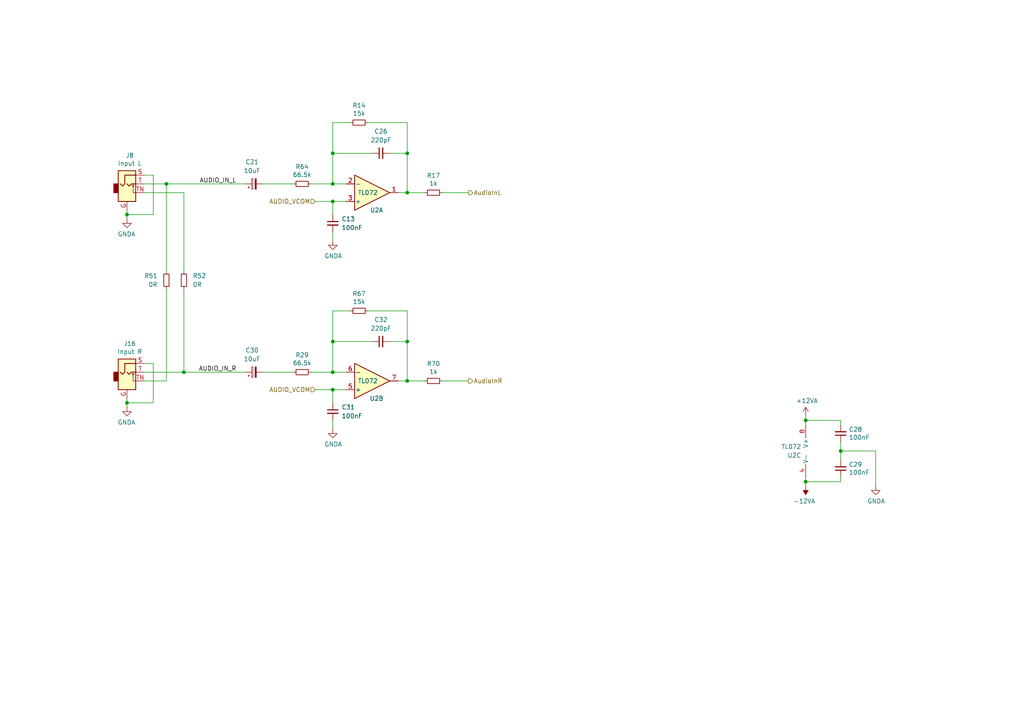
<source format=kicad_sch>
(kicad_sch (version 20230121) (generator eeschema)
  (paper "A4")
  (lib_symbols
    (symbol "Amplifier_Operational:TL072" (pin_names (offset 0.127))
      (property "Reference" "U" (at 0 5.08 0))
      (property "Value" "TL072" (at 0 -5.08 0))
      (symbol "TL072_1_1"
        (polyline (pts (xy -5.08 5.08) (xy 5.08 0) (xy -5.08 -5.08) (xy -5.08 5.08)) (stroke (width 0.254)) (fill (type background)))
        (pin output line (at 7.62 0 180) (length 2.54) (name "~") (number "1"))
        (pin input line (at -7.62 -2.54 0) (length 2.54) (name "-") (number "2"))
        (pin input line (at -7.62 2.54 0) (length 2.54) (name "+") (number "3"))
      )
      (symbol "TL072_2_1"
        (polyline (pts (xy -5.08 5.08) (xy 5.08 0) (xy -5.08 -5.08) (xy -5.08 5.08)) (stroke (width 0.254)) (fill (type background)))
        (pin input line (at -7.62 2.54 0) (length 2.54) (name "+") (number "5"))
        (pin input line (at -7.62 -2.54 0) (length 2.54) (name "-") (number "6"))
        (pin output line (at 7.62 0 180) (length 2.54) (name "~") (number "7"))
      )
      (symbol "TL072_3_1"
        (pin power_in line (at -2.54 -7.62 90) (length 3.81) (name "V-") (number "4"))
        (pin power_in line (at -2.54 7.62 270) (length 3.81) (name "V+") (number "8"))
      )
    )
    (symbol "Connector_Audio:AudioJack2_Ground_SwitchT"
      (property "Reference" "J" (at 0 8.89 0))
      (property "Value" "AudioJack2_Ground_SwitchT" (at 0 6.35 0))
      (symbol "AudioJack2_Ground_SwitchT_0_1"
        (rectangle (start -2.54 0) (end -3.81 -2.54) (stroke (width 0.254)) (fill (type outline)))
        (polyline (pts (xy 1.778 -0.254) (xy 2.032 -0.762)))
        (polyline (pts (xy 0 0) (xy 0.635 -0.635) (xy 1.27 0) (xy 2.54 0)) (stroke (width 0.254)))
        (polyline (pts (xy 2.54 -2.54) (xy 1.778 -2.54) (xy 1.778 -0.254) (xy 1.524 -0.762)))
        (polyline (pts (xy 2.54 2.54) (xy -0.635 2.54) (xy -0.635 0) (xy -1.27 -0.635) (xy -1.905 0)) (stroke (width 0.254)))
        (rectangle (start 2.54 3.81) (end -2.54 -5.08) (stroke (width 0.254)) (fill (type background)))
      )
      (symbol "AudioJack2_Ground_SwitchT_1_1"
        (pin passive line (at 0 -7.62 90) (length 2.54) (name "~") (number "G"))
        (pin passive line (at 5.08 2.54 180) (length 2.54) (name "~") (number "S"))
        (pin passive line (at 5.08 0 180) (length 2.54) (name "~") (number "T"))
        (pin passive line (at 5.08 -2.54 180) (length 2.54) (name "~") (number "TN"))
      )
    )
    (symbol "Device:C_Polarized_Small" (pin_numbers hide) (pin_names (offset 0.254) hide)
      (property "Reference" "C" (at 0.254 1.778 0))
      (property "Value" "C_Polarized_Small" (at 0.254 -2.032 0))
      (symbol "C_Polarized_Small_0_1"
        (rectangle (start -1.524 -0.3048) (end 1.524 -0.6858) (fill (type outline)))
        (rectangle (start -1.524 0.6858) (end 1.524 0.3048))
        (polyline (pts (xy -1.27 1.524) (xy -0.762 1.524)))
        (polyline (pts (xy -1.016 1.27) (xy -1.016 1.778)))
      )
      (symbol "C_Polarized_Small_1_1"
        (pin passive line (at 0 2.54 270) (length 1.8542) (name "~") (number "1"))
        (pin passive line (at 0 -2.54 90) (length 1.8542) (name "~") (number "2"))
      )
    )
    (symbol "Device:C_Small" (pin_numbers hide) (pin_names (offset 0.254) hide)
      (property "Reference" "C" (at 0.254 1.778 0))
      (property "Value" "C_Small" (at 0.254 -2.032 0))
      (symbol "C_Small_0_1"
        (polyline (pts (xy -1.524 -0.508) (xy 1.524 -0.508)) (stroke (width 0.3302)))
        (polyline (pts (xy -1.524 0.508) (xy 1.524 0.508)) (stroke (width 0.3048)))
      )
      (symbol "C_Small_1_1"
        (pin passive line (at 0 2.54 270) (length 2.032) (name "~") (number "1"))
        (pin passive line (at 0 -2.54 90) (length 2.032) (name "~") (number "2"))
      )
    )
    (symbol "Device:R_Small" (pin_numbers hide) (pin_names (offset 0.254) hide)
      (property "Reference" "R" (at 0.762 0.508 0))
      (property "Value" "R_Small" (at 0.762 -1.016 0))
      (symbol "R_Small_0_1"
        (rectangle (start -0.762 1.778) (end 0.762 -1.778) (stroke (width 0.2032)))
      )
      (symbol "R_Small_1_1"
        (pin passive line (at 0 2.54 270) (length 0.762) (name "~") (number "1"))
        (pin passive line (at 0 -2.54 90) (length 0.762) (name "~") (number "2"))
      )
    )
    (symbol "power:+12VA" (power) (pin_names (offset 0))
      (property "Value" "+12VA" (at 0 3.556 0))
      (symbol "+12VA_0_1"
        (polyline (pts (xy -0.762 1.27) (xy 0 2.54)))
        (polyline (pts (xy 0 0) (xy 0 2.54)))
        (polyline (pts (xy 0 2.54) (xy 0.762 1.27)))
      )
      (symbol "+12VA_1_1"
        (pin power_in line (at 0 0 90) (length 0) hide (name "+12VA") (number "1"))
      )
    )
    (symbol "power:-12VA" (power) (pin_names (offset 0))
      (property "Value" "-12VA" (at 0 3.556 0))
      (symbol "-12VA_0_0"
        (pin power_in line (at 0 0 90) (length 0) hide (name "-12VA") (number "1"))
      )
      (symbol "-12VA_0_1"
        (polyline (pts (xy 0 0) (xy 0 1.27) (xy 0.762 1.27) (xy 0 2.54) (xy -0.762 1.27) (xy 0 1.27)) (fill (type outline)))
      )
    )
    (symbol "power:GNDA" (power) (pin_names (offset 0))
      (property "Value" "GNDA" (at 0 -3.81 0))
      (symbol "GNDA_0_1"
        (polyline (pts (xy 0 0) (xy 0 -1.27) (xy 1.27 -1.27) (xy 0 -2.54) (xy -1.27 -1.27) (xy 0 -1.27)))
      )
      (symbol "GNDA_1_1"
        (pin power_in line (at 0 0 270) (length 0) hide (name "GNDA") (number "1"))
      )
    )
  )
  (junction (at 53.34 107.95))
  (junction (at 96.52 107.95))
  (junction (at 36.83 116.84))
  (junction (at 118.11 55.88))
  (junction (at 243.84 130.81))
  (junction (at 48.26 53.34))
  (junction (at 118.11 44.45))
  (junction (at 96.52 44.45))
  (junction (at 233.68 139.7))
  (junction (at 96.52 53.34))
  (junction (at 233.68 121.92))
  (junction (at 96.52 113.03))
  (junction (at 36.83 62.23))
  (junction (at 96.52 99.06))
  (junction (at 118.11 99.06))
  (junction (at 96.52 58.42))
  (junction (at 118.11 110.49))
  (wire (pts (xy 44.45 62.23) (xy 36.83 62.23)))
  (wire (pts (xy 128.27 55.88) (xy 135.89 55.88)))
  (wire (pts (xy 243.84 128.27) (xy 243.84 130.81)))
  (wire (pts (xy 113.03 44.45) (xy 118.11 44.45)))
  (wire (pts (xy 96.52 62.23) (xy 96.52 58.42)))
  (wire (pts (xy 53.34 78.74) (xy 53.34 55.88)))
  (wire (pts (xy 118.11 35.56) (xy 118.11 44.45)))
  (wire (pts (xy 106.68 90.17) (xy 118.11 90.17)))
  (wire (pts (xy 233.68 121.92) (xy 243.84 121.92)))
  (wire (pts (xy 36.83 115.57) (xy 36.83 116.84)))
  (wire (pts (xy 91.44 113.03) (xy 96.52 113.03)))
  (wire (pts (xy 44.45 50.8) (xy 44.45 62.23)))
  (wire (pts (xy 115.57 110.49) (xy 118.11 110.49)))
  (wire (pts (xy 48.26 110.49) (xy 41.91 110.49)))
  (wire (pts (xy 90.17 107.95) (xy 96.52 107.95)))
  (wire (pts (xy 36.83 62.23) (xy 36.83 63.5)))
  (wire (pts (xy 233.68 121.92) (xy 233.68 123.19)))
  (wire (pts (xy 233.68 120.65) (xy 233.68 121.92)))
  (wire (pts (xy 96.52 99.06) (xy 107.95 99.06)))
  (wire (pts (xy 91.44 58.42) (xy 96.52 58.42)))
  (wire (pts (xy 96.52 107.95) (xy 100.33 107.95)))
  (wire (pts (xy 128.27 110.49) (xy 135.89 110.49)))
  (wire (pts (xy 96.52 116.84) (xy 96.52 113.03)))
  (wire (pts (xy 96.52 90.17) (xy 96.52 99.06)))
  (wire (pts (xy 76.2 107.95) (xy 85.09 107.95)))
  (wire (pts (xy 233.68 138.43) (xy 233.68 139.7)))
  (wire (pts (xy 118.11 44.45) (xy 118.11 55.88)))
  (wire (pts (xy 53.34 107.95) (xy 71.12 107.95)))
  (wire (pts (xy 118.11 99.06) (xy 118.11 110.49)))
  (wire (pts (xy 106.68 35.56) (xy 118.11 35.56)))
  (wire (pts (xy 233.68 139.7) (xy 233.68 140.97)))
  (wire (pts (xy 44.45 105.41) (xy 44.45 116.84)))
  (wire (pts (xy 41.91 107.95) (xy 53.34 107.95)))
  (wire (pts (xy 96.52 67.31) (xy 96.52 69.85)))
  (wire (pts (xy 96.52 121.92) (xy 96.52 124.46)))
  (wire (pts (xy 96.52 58.42) (xy 100.33 58.42)))
  (wire (pts (xy 36.83 60.96) (xy 36.83 62.23)))
  (wire (pts (xy 118.11 110.49) (xy 123.19 110.49)))
  (wire (pts (xy 243.84 130.81) (xy 243.84 133.35)))
  (wire (pts (xy 101.6 35.56) (xy 96.52 35.56)))
  (wire (pts (xy 96.52 44.45) (xy 107.95 44.45)))
  (wire (pts (xy 101.6 90.17) (xy 96.52 90.17)))
  (wire (pts (xy 41.91 53.34) (xy 48.26 53.34)))
  (wire (pts (xy 233.68 139.7) (xy 243.84 139.7)))
  (wire (pts (xy 243.84 121.92) (xy 243.84 123.19)))
  (wire (pts (xy 36.83 116.84) (xy 36.83 118.11)))
  (wire (pts (xy 96.52 99.06) (xy 96.52 107.95)))
  (wire (pts (xy 76.2 53.34) (xy 85.09 53.34)))
  (wire (pts (xy 254 140.97) (xy 254 130.81)))
  (wire (pts (xy 243.84 139.7) (xy 243.84 138.43)))
  (wire (pts (xy 41.91 50.8) (xy 44.45 50.8)))
  (wire (pts (xy 96.52 113.03) (xy 100.33 113.03)))
  (wire (pts (xy 53.34 55.88) (xy 41.91 55.88)))
  (wire (pts (xy 96.52 44.45) (xy 96.52 53.34)))
  (wire (pts (xy 96.52 35.56) (xy 96.52 44.45)))
  (wire (pts (xy 48.26 53.34) (xy 71.12 53.34)))
  (wire (pts (xy 53.34 83.82) (xy 53.34 107.95)))
  (wire (pts (xy 96.52 53.34) (xy 100.33 53.34)))
  (wire (pts (xy 41.91 105.41) (xy 44.45 105.41)))
  (wire (pts (xy 90.17 53.34) (xy 96.52 53.34)))
  (wire (pts (xy 118.11 55.88) (xy 123.19 55.88)))
  (wire (pts (xy 113.03 99.06) (xy 118.11 99.06)))
  (wire (pts (xy 48.26 83.82) (xy 48.26 110.49)))
  (wire (pts (xy 48.26 53.34) (xy 48.26 78.74)))
  (wire (pts (xy 254 130.81) (xy 243.84 130.81)))
  (wire (pts (xy 118.11 90.17) (xy 118.11 99.06)))
  (wire (pts (xy 115.57 55.88) (xy 118.11 55.88)))
  (wire (pts (xy 44.45 116.84) (xy 36.83 116.84)))
  (label "AUDIO_IN_L" (at 68.58 53.34 180))
  (label "AUDIO_IN_R" (at 68.58 107.95 180))
  (hierarchical_label "AudioInL" (shape output) (at 135.89 55.88 0))
  (hierarchical_label "AudioInR" (shape output) (at 135.89 110.49 0))
  (hierarchical_label "AUDIO_VCOM" (shape input) (at 91.44 58.42 180))
  (hierarchical_label "AUDIO_VCOM" (shape input) (at 91.44 113.03 180))
  (symbol (lib_id "Device:R_Small") (at 125.73 55.88 270) (unit 1)
    (property "Reference" "R17" (at 125.73 50.9016 90))
    (property "Value" "1k" (at 125.73 53.213 90))
    (property "Footprint" "Resistor_SMD:R_0603_1608Metric" (effects hide))
  )
  (symbol (lib_id "power:GNDA") (at 254 140.97 0) (unit 1)
    (property "Reference" "#PWR067" (effects hide))
    (property "Value" "GNDA" (at 254.127 145.3642 0))
  )
  (symbol (lib_id "power:-12VA") (at 233.68 140.97 180) (unit 1)
    (property "Reference" "#PWR059" (effects hide))
    (property "Value" "-12VA" (at 233.299 145.3642 0))
  )
  (symbol (lib_id "Device:R_Small") (at 125.73 110.49 270) (unit 1)
    (property "Reference" "R70" (at 125.73 105.5116 90))
    (property "Value" "1k" (at 125.73 107.823 90))
    (property "Footprint" "Resistor_SMD:R_0603_1608Metric" (effects hide))
  )
  (symbol (lib_id "Device:C_Small") (at 110.49 99.06 90) (unit 1)
    (property "Reference" "C32" (at 110.4963 92.71 90))
    (property "Value" "220pF" (at 110.4963 95.25 90))
    (property "Footprint" "Capacitor_SMD:C_0603_1608Metric" (effects hide))
  )
  (symbol (lib_id "power:GNDA") (at 96.52 124.46 0) (unit 1)
    (property "Reference" "#PWR042" (effects hide))
    (property "Value" "GNDA" (at 96.647 128.8542 0))
  )
  (symbol (lib_id "Device:R_Small") (at 87.63 107.95 270) (unit 1)
    (property "Reference" "R29" (at 87.63 102.9716 90))
    (property "Value" "66.5k" (at 87.63 105.283 90))
    (property "Footprint" "Resistor_SMD:R_0603_1608Metric" (effects hide))
  )
  (symbol (lib_id "Device:R_Small") (at 53.34 81.28 0) (unit 1)
    (property "Reference" "R52" (at 55.88 80.01 0) (effects (justify left)))
    (property "Value" "0R" (at 55.88 82.55 0) (effects (justify left)))
    (property "Footprint" "Resistor_SMD:R_0603_1608Metric" (effects hide))
  )
  (symbol (lib_id "power:+12VA") (at 233.68 120.65 0) (unit 1)
    (property "Reference" "#PWR048" (effects hide))
    (property "Value" "+12VA" (at 234.061 116.2558 0))
  )
  (symbol (lib_id "Device:C_Polarized_Small") (at 73.66 107.95 90) (unit 1)
    (property "Reference" "C30" (at 73.1139 101.6 90))
    (property "Value" "10uF" (at 73.1139 104.14 90))
    (property "Footprint" "Capacitor_Tantalum_SMD:CP_EIA-3216-10_Kemet-I" (effects hide))
  )
  (symbol (lib_id "Connector_Audio:AudioJack2_Ground_SwitchT") (at 36.83 53.34 0) (unit 1)
    (property "Reference" "J8" (at 37.6428 45.085 0))
    (property "Value" "Input L" (at 37.6428 47.3964 0))
    (property "Footprint" "FOOTPRINTS:THONKICONN" (effects hide))
  )
  (symbol (lib_id "Amplifier_Operational:TL072") (at 107.95 110.49 0) (mirror x) (unit 2)
    (property "Reference" "U2" (at 109.22 115.57 0))
    (property "Value" "TL072" (at 106.68 110.49 0))
    (property "Footprint" "Package_SO:SO-8_3.9x4.9mm_P1.27mm" (effects hide))
    (property "Datasheet" "http://www.ti.com/lit/ds/symlink/tl071.pdf" (effects hide))
  )
  (symbol (lib_id "Device:C_Small") (at 96.52 119.38 0) (unit 1)
    (property "Reference" "C31" (at 99.06 118.1163 0) (effects (justify left)))
    (property "Value" "100nF" (at 99.06 120.6563 0) (effects (justify left)))
    (property "Footprint" "Capacitor_SMD:C_0603_1608Metric" (effects hide))
  )
  (symbol (lib_id "Device:C_Small") (at 110.49 44.45 90) (unit 1)
    (property "Reference" "C26" (at 110.4963 38.1 90))
    (property "Value" "220pF" (at 110.4963 40.64 90))
    (property "Footprint" "Capacitor_SMD:C_0603_1608Metric" (effects hide))
  )
  (symbol (lib_id "power:GNDA") (at 96.52 69.85 0) (unit 1)
    (property "Reference" "#PWR023" (effects hide))
    (property "Value" "GNDA" (at 96.647 74.2442 0))
  )
  (symbol (lib_id "Amplifier_Operational:TL072") (at 236.22 130.81 0) (unit 3)
    (property "Reference" "U2" (at 232.41 132.08 0) (effects (justify right)))
    (property "Value" "TL072" (at 232.41 129.54 0) (effects (justify right)))
    (property "Footprint" "Package_SO:SO-8_3.9x4.9mm_P1.27mm" (effects hide))
    (property "Datasheet" "http://www.ti.com/lit/ds/symlink/tl071.pdf" (effects hide))
  )
  (symbol (lib_id "Device:R_Small") (at 87.63 53.34 270) (unit 1)
    (property "Reference" "R64" (at 87.63 48.3616 90))
    (property "Value" "66.5k" (at 87.63 50.673 90))
    (property "Footprint" "Resistor_SMD:R_0603_1608Metric" (effects hide))
  )
  (symbol (lib_id "Connector_Audio:AudioJack2_Ground_SwitchT") (at 36.83 107.95 0) (unit 1)
    (property "Reference" "J16" (at 37.6428 99.695 0))
    (property "Value" "Input R" (at 37.6428 102.0064 0))
    (property "Footprint" "FOOTPRINTS:THONKICONN" (effects hide))
  )
  (symbol (lib_id "power:GNDA") (at 36.83 63.5 0) (mirror y) (unit 1)
    (property "Reference" "#PWR068" (effects hide))
    (property "Value" "GNDA" (at 36.703 67.8942 0))
  )
  (symbol (lib_id "Device:C_Small") (at 243.84 135.89 180) (unit 1)
    (property "Reference" "C29" (at 246.1768 134.7216 0) (effects (justify right)))
    (property "Value" "100nF" (at 246.1768 137.033 0) (effects (justify right)))
    (property "Footprint" "Capacitor_SMD:C_0603_1608Metric" (effects hide))
  )
  (symbol (lib_id "Amplifier_Operational:TL072") (at 107.95 55.88 0) (mirror x) (unit 1)
    (property "Reference" "U2" (at 109.22 60.96 0))
    (property "Value" "TL072" (at 106.68 55.88 0))
    (property "Footprint" "Package_SO:SO-8_3.9x4.9mm_P1.27mm" (effects hide))
    (property "Datasheet" "http://www.ti.com/lit/ds/symlink/tl071.pdf" (effects hide))
  )
  (symbol (lib_id "power:GNDA") (at 36.83 118.11 0) (mirror y) (unit 1)
    (property "Reference" "#PWR070" (effects hide))
    (property "Value" "GNDA" (at 36.703 122.5042 0))
  )
  (symbol (lib_id "Device:R_Small") (at 104.14 90.17 270) (unit 1)
    (property "Reference" "R67" (at 104.14 85.1916 90))
    (property "Value" "15k" (at 104.14 87.503 90))
    (property "Footprint" "Resistor_SMD:R_0603_1608Metric" (effects hide))
  )
  (symbol (lib_id "Device:R_Small") (at 48.26 81.28 0) (unit 1)
    (property "Reference" "R51" (at 45.72 80.01 0) (effects (justify right)))
    (property "Value" "0R" (at 45.72 82.55 0) (effects (justify right)))
    (property "Footprint" "Resistor_SMD:R_0603_1608Metric" (effects hide))
  )
  (symbol (lib_id "Device:R_Small") (at 104.14 35.56 270) (unit 1)
    (property "Reference" "R14" (at 104.14 30.5816 90))
    (property "Value" "15k" (at 104.14 32.893 90))
    (property "Footprint" "Resistor_SMD:R_0603_1608Metric" (effects hide))
  )
  (symbol (lib_id "Device:C_Small") (at 96.52 64.77 0) (unit 1)
    (property "Reference" "C13" (at 99.06 63.5063 0) (effects (justify left)))
    (property "Value" "100nF" (at 99.06 66.0463 0) (effects (justify left)))
    (property "Footprint" "Capacitor_SMD:C_0603_1608Metric" (effects hide))
  )
  (symbol (lib_id "Device:C_Small") (at 243.84 125.73 180) (unit 1)
    (property "Reference" "C28" (at 246.1768 124.5616 0) (effects (justify right)))
    (property "Value" "100nF" (at 246.1768 126.873 0) (effects (justify right)))
    (property "Footprint" "Capacitor_SMD:C_0603_1608Metric" (effects hide))
  )
  (symbol (lib_id "Device:C_Polarized_Small") (at 73.66 53.34 90) (unit 1)
    (property "Reference" "C21" (at 73.1139 46.99 90))
    (property "Value" "10uF" (at 73.1139 49.53 90))
    (property "Footprint" "Capacitor_Tantalum_SMD:CP_EIA-3216-10_Kemet-I" (effects hide))
  )
)
</source>
